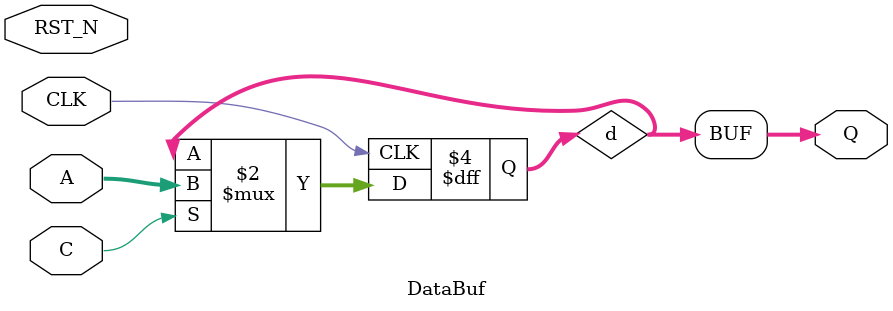
<source format=v>
module DataBuf
  (
   input         RST_N,
   input         CLK,

   input [31:0]  A,
   input         C,
   output [31:0] Q

   );

   reg [31:0] 	 d;

   always @(posedge CLK) begin
      if(C) begin
		 d <= A;
      end
   end
   assign Q = d;

endmodule

</source>
